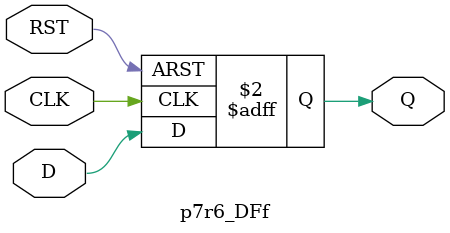
<source format=v>
`timescale 1ns / 1ps


module p7r6_DFf(
    input D,CLK,RST,
    output reg Q
    );
    always @(posedge CLK, posedge RST)begin
        if(RST) Q<=1'b0;
        else Q<=D;
    end
    
endmodule

</source>
